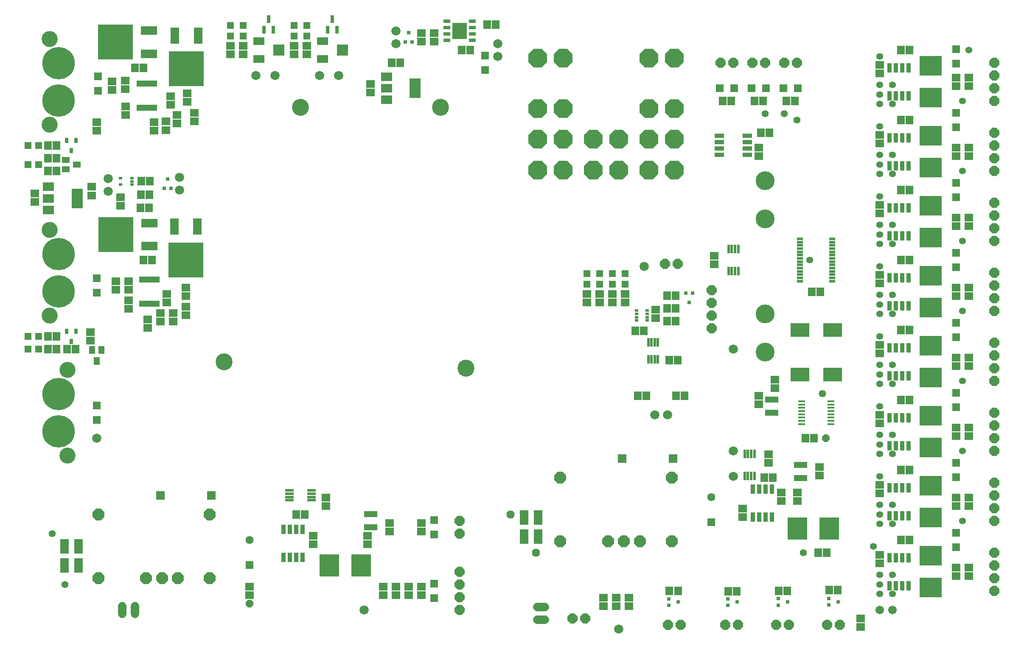
<source format=gts>
G75*
%MOIN*%
%OFA0B0*%
%FSLAX25Y25*%
%IPPOS*%
%LPD*%
%AMOC8*
5,1,8,0,0,1.08239X$1,22.5*
%
%ADD10R,0.06509X0.02454*%
%ADD11R,0.05524X0.05524*%
%ADD12OC8,0.07924*%
%ADD13R,0.02572X0.05131*%
%ADD14R,0.02454X0.06509*%
%ADD15R,0.02769X0.02178*%
%ADD16R,0.06706X0.05918*%
%ADD17R,0.05918X0.06706*%
%ADD18R,0.05315X0.01772*%
%ADD19R,0.06312X0.05918*%
%ADD20R,0.03359X0.07690*%
%ADD21R,0.17500X0.15800*%
%ADD22R,0.07690X0.03359*%
%ADD23R,0.15800X0.17500*%
%ADD24R,0.05918X0.06312*%
%ADD25C,0.14800*%
%ADD26R,0.04737X0.01981*%
%ADD27OC8,0.14918*%
%ADD28R,0.03162X0.02965*%
%ADD29R,0.11233X0.12611*%
%ADD30R,0.05328X0.02769*%
%ADD31R,0.14580X0.10643*%
%ADD32OC8,0.09050*%
%ADD33R,0.07099X0.11430*%
%ADD34C,0.06800*%
%ADD35R,0.06546X0.06546*%
%ADD36R,0.06350X0.06350*%
%ADD37C,0.06350*%
%ADD38R,0.02965X0.03162*%
%ADD39C,0.12600*%
%ADD40C,0.25469*%
%ADD41C,0.00300*%
%ADD42R,0.27178X0.27178*%
%ADD43R,0.12611X0.07099*%
%ADD44R,0.07099X0.12611*%
%ADD45R,0.03162X0.01981*%
%ADD46R,0.08674X0.06706*%
%ADD47R,0.08674X0.15761*%
%ADD48R,0.06312X0.04737*%
%ADD49R,0.04737X0.06312*%
%ADD50R,0.03162X0.05918*%
%ADD51R,0.03162X0.03950*%
%ADD52C,0.07200*%
%ADD53R,0.08674X0.05918*%
%ADD54R,0.08674X0.08674*%
%ADD55R,0.01981X0.07099*%
%ADD56C,0.13300*%
%ADD57C,0.05359*%
%ADD58C,0.05556*%
%ADD59C,0.05753*%
%ADD60OC8,0.06146*%
%ADD61OC8,0.05950*%
%ADD62C,0.06737*%
D10*
X0859339Y1049161D03*
X0859339Y1051720D03*
X0859339Y1054280D03*
X0859339Y1056839D03*
X0876661Y1056839D03*
X0876661Y1054280D03*
X0876661Y1051720D03*
X0876661Y1049161D03*
D11*
X0662134Y1168000D03*
X0653866Y1168000D03*
X0653866Y1178000D03*
X0662134Y1178000D03*
X0662134Y1313000D03*
X0653866Y1313000D03*
X0653866Y1328000D03*
X0662134Y1328000D03*
X0813000Y1413866D03*
X0813000Y1422134D03*
X0823000Y1422134D03*
X0823000Y1413866D03*
X0863000Y1413866D03*
X0863000Y1422134D03*
X0873000Y1422134D03*
X0873000Y1413866D03*
X1093000Y1227134D03*
X1093000Y1218866D03*
X1103000Y1218866D03*
X1103000Y1227134D03*
X1113000Y1227134D03*
X1113000Y1218866D03*
X1123000Y1218866D03*
X1123000Y1227134D03*
D12*
X1154300Y1234900D03*
X1164300Y1234900D03*
X1191100Y1214300D03*
X1191100Y1204300D03*
X1191100Y1194300D03*
X1191100Y1184300D03*
X1198000Y1393000D03*
X1208000Y1393000D03*
X1223000Y1393000D03*
X1233000Y1393000D03*
X1248000Y1393000D03*
X1258000Y1393000D03*
X1413000Y1393000D03*
X1413000Y1383000D03*
X1413000Y1373000D03*
X1413000Y1363000D03*
X1413000Y1338000D03*
X1413000Y1328000D03*
X1413000Y1318000D03*
X1413000Y1308000D03*
X1413000Y1283000D03*
X1413000Y1273000D03*
X1413000Y1263000D03*
X1413000Y1253000D03*
X1413000Y1228000D03*
X1413000Y1218000D03*
X1413000Y1208000D03*
X1413000Y1198000D03*
X1413000Y1173000D03*
X1413000Y1163000D03*
X1413000Y1153000D03*
X1413000Y1143000D03*
X1413000Y1118000D03*
X1413000Y1108000D03*
X1413000Y1098000D03*
X1413000Y1088000D03*
X1413000Y1063000D03*
X1413000Y1053000D03*
X1413000Y1043000D03*
X1413000Y1033000D03*
X1413000Y1008000D03*
X1413000Y0998000D03*
X1413000Y0988000D03*
X1413000Y0978000D03*
X1291700Y0951100D03*
X1281700Y0951100D03*
X1251700Y0951100D03*
X1241700Y0951100D03*
X1211700Y0951100D03*
X1201700Y0951100D03*
X1166700Y0951100D03*
X1156700Y0951100D03*
X1091700Y0956100D03*
X1081700Y0956100D03*
X0993000Y0963000D03*
X0993000Y0973000D03*
X0993000Y0983000D03*
X0993000Y0993000D03*
X0993000Y1023000D03*
X0993000Y1033000D03*
D13*
X0926839Y1027882D03*
X0924280Y1027882D03*
X0921720Y1027882D03*
X0919161Y1027882D03*
X0919161Y1038118D03*
X0921720Y1038118D03*
X0924280Y1038118D03*
X0926839Y1038118D03*
X1234161Y1117882D03*
X1236720Y1117882D03*
X1239280Y1117882D03*
X1241839Y1117882D03*
X1241839Y1128118D03*
X1239280Y1128118D03*
X1236720Y1128118D03*
X1234161Y1128118D03*
X1256861Y1076918D03*
X1259420Y1076918D03*
X1261980Y1076918D03*
X1264539Y1076918D03*
X1264539Y1066682D03*
X1261980Y1066682D03*
X1259420Y1066682D03*
X1256861Y1066682D03*
D14*
X1224539Y1068139D03*
X1221980Y1068139D03*
X1219420Y1068139D03*
X1216861Y1068139D03*
X1216861Y1085461D03*
X1219420Y1085461D03*
X1221980Y1085461D03*
X1224539Y1085461D03*
X1211839Y1229339D03*
X1209280Y1229339D03*
X1206720Y1229339D03*
X1204161Y1229339D03*
X1204161Y1246661D03*
X1206720Y1246661D03*
X1209280Y1246661D03*
X1211839Y1246661D03*
D15*
X1140135Y1198139D03*
X1140135Y1195580D03*
X1140135Y1193020D03*
X1140135Y1190461D03*
X1132065Y1190461D03*
X1132065Y1193020D03*
X1132065Y1195580D03*
X1132065Y1198139D03*
D16*
X1123000Y1204654D03*
X1123000Y1211346D03*
X1113000Y1211346D03*
X1113000Y1204654D03*
X1103000Y1204654D03*
X1103000Y1211346D03*
X1093000Y1211346D03*
X1093000Y1204654D03*
X1147106Y1198842D03*
X1147106Y1192149D03*
X1193000Y1234654D03*
X1193000Y1241346D03*
X1228000Y1319654D03*
X1228000Y1326346D03*
X1323000Y1329654D03*
X1323000Y1336346D03*
X1323000Y1384654D03*
X1323000Y1391346D03*
X1383000Y1381346D03*
X1383000Y1374654D03*
X1393000Y1374654D03*
X1393000Y1381346D03*
X1393000Y1326346D03*
X1393000Y1319654D03*
X1383000Y1319654D03*
X1383000Y1326346D03*
X1383000Y1271346D03*
X1383000Y1264654D03*
X1393000Y1264654D03*
X1393000Y1271346D03*
X1393000Y1216346D03*
X1393000Y1209654D03*
X1383000Y1209654D03*
X1383000Y1216346D03*
X1383000Y1161346D03*
X1383000Y1154654D03*
X1393000Y1154654D03*
X1393000Y1161346D03*
X1393000Y1106346D03*
X1393000Y1099654D03*
X1383000Y1099654D03*
X1383000Y1106346D03*
X1383000Y1051346D03*
X1383000Y1044654D03*
X1393000Y1044654D03*
X1393000Y1051346D03*
X1393000Y0996346D03*
X1393000Y0989654D03*
X1383000Y0989654D03*
X1383000Y0996346D03*
X1323000Y0999654D03*
X1323000Y1006346D03*
X1308000Y0956346D03*
X1308000Y0949654D03*
X1258200Y1048454D03*
X1258200Y1055146D03*
X1245700Y1055146D03*
X1245700Y1048454D03*
X1275700Y1068454D03*
X1275700Y1075146D03*
X1235700Y1078454D03*
X1235700Y1085146D03*
X1228000Y1124654D03*
X1228000Y1131346D03*
X1240500Y1137154D03*
X1240500Y1143846D03*
X1323000Y1164654D03*
X1323000Y1171346D03*
X1323000Y1219654D03*
X1323000Y1226346D03*
X1323000Y1274654D03*
X1323000Y1281346D03*
X1323000Y1116346D03*
X1323000Y1109654D03*
X1323000Y1061346D03*
X1323000Y1054654D03*
X1215300Y1042546D03*
X1215300Y1035854D03*
X1126100Y0972646D03*
X1126100Y0965954D03*
X1116100Y0965954D03*
X1116100Y0972646D03*
X1106100Y0972646D03*
X1106100Y0965954D03*
X0963000Y0974654D03*
X0963000Y0981346D03*
X0953000Y0981346D03*
X0953000Y0974654D03*
X0943000Y0974654D03*
X0943000Y0981346D03*
X0933000Y0981346D03*
X0933000Y0974654D03*
X0920500Y1014654D03*
X0920500Y1021346D03*
X0938000Y1024654D03*
X0938000Y1031346D03*
X0963000Y1031346D03*
X0963000Y1024654D03*
X0888000Y1044654D03*
X0888000Y1051346D03*
X0878000Y1021346D03*
X0878000Y1014654D03*
X0828000Y0981346D03*
X0828000Y0974654D03*
X0703000Y1174654D03*
X0703000Y1181346D03*
X0733000Y1199654D03*
X0733000Y1206346D03*
X0733000Y1214654D03*
X0733000Y1221346D03*
X0723000Y1221346D03*
X0723000Y1214654D03*
X0748000Y1191346D03*
X0748000Y1184654D03*
X0758000Y1189654D03*
X0758000Y1196346D03*
X0763000Y1204654D03*
X0763000Y1211346D03*
X0778000Y1209654D03*
X0778000Y1216346D03*
X0778000Y1201346D03*
X0778000Y1194654D03*
X0768000Y1196346D03*
X0768000Y1189654D03*
X0726759Y1280540D03*
X0726759Y1287233D03*
X0703800Y1288754D03*
X0703800Y1295446D03*
X0708000Y1339654D03*
X0708000Y1346346D03*
X0730499Y1352043D03*
X0730499Y1358736D03*
X0730400Y1372354D03*
X0730400Y1379046D03*
X0720100Y1378346D03*
X0720100Y1371654D03*
X0753000Y1346346D03*
X0753000Y1339654D03*
X0762278Y1340077D03*
X0762278Y1346770D03*
X0771004Y1345392D03*
X0771004Y1352085D03*
X0765918Y1360029D03*
X0765918Y1366722D03*
X0779100Y1369046D03*
X0779100Y1362354D03*
X0784745Y1353571D03*
X0784745Y1346878D03*
X0813000Y1399654D03*
X0813000Y1406346D03*
X0823000Y1406346D03*
X0823000Y1399654D03*
X0863000Y1399654D03*
X0863000Y1406346D03*
X0873000Y1406346D03*
X0873000Y1399654D03*
X0923000Y1376346D03*
X0923000Y1369654D03*
X0963000Y1409654D03*
X0963000Y1416346D03*
X0973000Y1416346D03*
X0973000Y1409654D03*
X0659300Y1290146D03*
X0659300Y1283454D03*
D17*
X0669654Y1308000D03*
X0676346Y1308000D03*
X0676346Y1318000D03*
X0669654Y1318000D03*
X0669654Y1328000D03*
X0676346Y1328000D03*
X0742789Y1299766D03*
X0749482Y1299766D03*
X0749203Y1289097D03*
X0742510Y1289097D03*
X0742329Y1279015D03*
X0749022Y1279015D03*
X0751346Y1238000D03*
X0744654Y1238000D03*
X0691346Y1168000D03*
X0684654Y1168000D03*
X0676346Y1168000D03*
X0669654Y1168000D03*
X0669654Y1178000D03*
X0676346Y1178000D03*
X0738040Y1388922D03*
X0744733Y1388922D03*
X0939654Y1393000D03*
X0946346Y1393000D03*
X0994654Y1403000D03*
X1001346Y1403000D03*
X1014654Y1423000D03*
X1021346Y1423000D03*
X1199654Y1363000D03*
X1206346Y1363000D03*
X1224654Y1363000D03*
X1231346Y1363000D03*
X1249654Y1363000D03*
X1256346Y1363000D03*
X1236346Y1338000D03*
X1229654Y1338000D03*
X1339654Y1348000D03*
X1346346Y1348000D03*
X1346346Y1293000D03*
X1339654Y1293000D03*
X1339654Y1238000D03*
X1346346Y1238000D03*
X1346346Y1183000D03*
X1339654Y1183000D03*
X1339654Y1128000D03*
X1346346Y1128000D03*
X1346346Y1073000D03*
X1339654Y1073000D03*
X1339654Y1018000D03*
X1346346Y1018000D03*
X1289868Y0978423D03*
X1283175Y0978423D03*
X1281346Y1008000D03*
X1274654Y1008000D03*
X1250150Y0978065D03*
X1243457Y0978065D03*
X1210563Y0977754D03*
X1203871Y0977754D03*
X1164451Y0977887D03*
X1157758Y0977887D03*
X1232354Y1066800D03*
X1239046Y1066800D03*
X1264654Y1098000D03*
X1271346Y1098000D03*
X1169546Y1131100D03*
X1162854Y1131100D03*
X1139546Y1131100D03*
X1132854Y1131100D03*
X1157754Y1159300D03*
X1164446Y1159300D03*
X1162646Y1189900D03*
X1155954Y1189900D03*
X1155954Y1199900D03*
X1162646Y1199900D03*
X1162646Y1209900D03*
X1155954Y1209900D03*
X1137646Y1182400D03*
X1130954Y1182400D03*
X1269654Y1213000D03*
X1276346Y1213000D03*
X1339654Y1403000D03*
X1346346Y1403000D03*
X0871346Y1038000D03*
X0864654Y1038000D03*
D18*
X1261484Y1109043D03*
X1261484Y1111602D03*
X1261484Y1114161D03*
X1261484Y1116720D03*
X1261484Y1119280D03*
X1261484Y1121839D03*
X1261484Y1124398D03*
X1261484Y1126957D03*
X1284516Y1126957D03*
X1284516Y1124398D03*
X1284516Y1121839D03*
X1284516Y1119280D03*
X1284516Y1116720D03*
X1284516Y1114161D03*
X1284516Y1111602D03*
X1284516Y1109043D03*
D19*
X1383000Y1122291D03*
X1383000Y1133709D03*
X1383000Y1177291D03*
X1383000Y1188709D03*
X1383000Y1232291D03*
X1383000Y1243709D03*
X1383000Y1287291D03*
X1383000Y1298709D03*
X1383000Y1342291D03*
X1383000Y1353709D03*
X1383000Y1392291D03*
X1383000Y1403709D03*
X1383000Y1078709D03*
X1383000Y1067291D03*
X1383000Y1023709D03*
X1383000Y1012291D03*
X1013000Y1387291D03*
X1013000Y1398709D03*
X0708977Y1382406D03*
X0708977Y1370989D03*
X0708000Y1223709D03*
X0708000Y1212291D03*
X0708000Y1123709D03*
X0708000Y1112291D03*
X0973000Y1033709D03*
X0973000Y1022291D03*
X0973000Y0983709D03*
X0973000Y0972291D03*
D20*
X0869459Y1004314D03*
X0864459Y1004314D03*
X0859459Y1004314D03*
X0854459Y1004314D03*
X0854459Y1026362D03*
X0859459Y1026362D03*
X0864459Y1026362D03*
X0869459Y1026362D03*
X1223200Y1035776D03*
X1228200Y1035776D03*
X1233200Y1035776D03*
X1238200Y1035776D03*
X1238200Y1057824D03*
X1233200Y1057824D03*
X1228200Y1057824D03*
X1223200Y1057824D03*
X1330500Y1059024D03*
X1335500Y1059024D03*
X1340500Y1059024D03*
X1345500Y1059024D03*
X1345500Y1036976D03*
X1340500Y1036976D03*
X1335500Y1036976D03*
X1330500Y1036976D03*
X1330500Y1004024D03*
X1335500Y1004024D03*
X1340500Y1004024D03*
X1345500Y1004024D03*
X1345500Y0981976D03*
X1340500Y0981976D03*
X1335500Y0981976D03*
X1330500Y0981976D03*
X1330500Y1091976D03*
X1335500Y1091976D03*
X1340500Y1091976D03*
X1345500Y1091976D03*
X1345500Y1114024D03*
X1340500Y1114024D03*
X1335500Y1114024D03*
X1330500Y1114024D03*
X1330500Y1146976D03*
X1335500Y1146976D03*
X1340500Y1146976D03*
X1345500Y1146976D03*
X1345500Y1169024D03*
X1340500Y1169024D03*
X1335500Y1169024D03*
X1330500Y1169024D03*
X1330500Y1201976D03*
X1335500Y1201976D03*
X1340500Y1201976D03*
X1345500Y1201976D03*
X1345500Y1224024D03*
X1340500Y1224024D03*
X1335500Y1224024D03*
X1330500Y1224024D03*
X1330500Y1256976D03*
X1335500Y1256976D03*
X1340500Y1256976D03*
X1345500Y1256976D03*
X1345500Y1279024D03*
X1340500Y1279024D03*
X1335500Y1279024D03*
X1330500Y1279024D03*
X1330500Y1311976D03*
X1335500Y1311976D03*
X1340500Y1311976D03*
X1345500Y1311976D03*
X1345500Y1334024D03*
X1340500Y1334024D03*
X1335500Y1334024D03*
X1330500Y1334024D03*
X1330500Y1366976D03*
X1335500Y1366976D03*
X1340500Y1366976D03*
X1345500Y1366976D03*
X1345500Y1389024D03*
X1340500Y1389024D03*
X1335500Y1389024D03*
X1330500Y1389024D03*
D21*
X1363000Y1390550D03*
X1363000Y1365450D03*
X1363000Y1335550D03*
X1363000Y1310450D03*
X1363000Y1280550D03*
X1363000Y1255450D03*
X1363000Y1225550D03*
X1363000Y1200450D03*
X1363000Y1170550D03*
X1363000Y1145450D03*
X1363000Y1115550D03*
X1363000Y1090450D03*
X1363000Y1060550D03*
X1363000Y1035450D03*
X1363000Y1005550D03*
X1363000Y0980450D03*
D22*
X1219024Y1320500D03*
X1219024Y1325500D03*
X1219024Y1330500D03*
X1219024Y1335500D03*
X1196976Y1335500D03*
X1196976Y1330500D03*
X1196976Y1325500D03*
X1196976Y1320500D03*
D23*
X1258150Y1026800D03*
X1283250Y1026800D03*
X0915550Y0998000D03*
X0890450Y0998000D03*
D24*
X1197291Y1373000D03*
X1208709Y1373000D03*
X1222291Y1373000D03*
X1233709Y1373000D03*
X1247291Y1373000D03*
X1258709Y1373000D03*
D25*
X1233000Y1300350D03*
X1233000Y1270350D03*
X1233000Y1195650D03*
X1233000Y1165650D03*
D26*
X1260402Y1221366D03*
X1260402Y1223925D03*
X1260402Y1226484D03*
X1260402Y1229043D03*
X1260402Y1231602D03*
X1260402Y1234161D03*
X1260402Y1236720D03*
X1260402Y1239280D03*
X1260402Y1241839D03*
X1260402Y1244398D03*
X1260402Y1246957D03*
X1260402Y1249516D03*
X1260402Y1252075D03*
X1260402Y1254634D03*
X1285598Y1254634D03*
X1285598Y1252075D03*
X1285598Y1249516D03*
X1285598Y1246957D03*
X1285598Y1244398D03*
X1285598Y1241839D03*
X1285598Y1239280D03*
X1285598Y1236720D03*
X1285598Y1234161D03*
X1285598Y1231602D03*
X1285598Y1229043D03*
X1285598Y1226484D03*
X1285598Y1223925D03*
X1285598Y1221366D03*
D27*
X1161701Y1308709D03*
X1141701Y1308709D03*
X1118000Y1308709D03*
X1098000Y1308709D03*
X1074299Y1308709D03*
X1074299Y1333000D03*
X1098000Y1333000D03*
X1118000Y1333000D03*
X1141701Y1333000D03*
X1161701Y1333000D03*
X1161701Y1357016D03*
X1141701Y1357016D03*
X1141701Y1396701D03*
X1161701Y1396701D03*
X1074299Y1396701D03*
X1054299Y1396701D03*
X1054299Y1357016D03*
X1054299Y1333000D03*
X1054299Y1308709D03*
X1074299Y1357016D03*
D28*
X1170674Y1211876D03*
X1175792Y1211876D03*
X1173233Y1204592D03*
X0955559Y1409358D03*
X0950441Y1409358D03*
X0953000Y1416642D03*
X0763600Y1301642D03*
X0766159Y1294358D03*
X0761041Y1294358D03*
D29*
X0993000Y1418000D03*
D30*
X0983000Y1415520D03*
X0983000Y1420520D03*
X0983000Y1425520D03*
X0983000Y1410520D03*
X1003000Y1410520D03*
X1003000Y1415520D03*
X1003000Y1420520D03*
X1003000Y1425520D03*
D31*
X1260205Y1183000D03*
X1285795Y1183000D03*
X1285795Y1148000D03*
X1260205Y1148000D03*
D32*
X1159450Y1066800D03*
X1159450Y1016800D03*
X1134450Y1016800D03*
X1121950Y1016800D03*
X1109450Y1016800D03*
X1071950Y1016800D03*
X1071950Y1066800D03*
X0796750Y1038000D03*
X0796750Y0988000D03*
X0771750Y0988000D03*
X0759250Y0988000D03*
X0746750Y0988000D03*
X0709250Y0988000D03*
X0709250Y1038000D03*
D33*
X0693512Y1013000D03*
X0682488Y1013000D03*
X0682488Y0998000D03*
X0693512Y0998000D03*
X1043688Y1020700D03*
X1054712Y1020700D03*
X1054712Y1035700D03*
X1043688Y1035700D03*
D34*
X0728000Y0966000D02*
X0728000Y0960000D01*
X0738000Y0960000D02*
X0738000Y0966000D01*
X1053800Y0965300D02*
X1059800Y0965300D01*
X1059800Y0955300D02*
X1053800Y0955300D01*
D35*
X1120621Y1081800D03*
X1160779Y1081800D03*
X0798079Y1053000D03*
X0757921Y1053000D03*
D36*
X0828000Y0998157D03*
X1190700Y1031957D03*
D37*
X1190700Y1051643D03*
X0828000Y1017843D03*
D38*
X1157423Y0971750D03*
X1157423Y0966632D03*
X1164706Y0969191D03*
X1203634Y0971696D03*
X1203634Y0966578D03*
X1210918Y0969137D03*
X1243221Y0966672D03*
X1243221Y0971790D03*
X1250505Y0969231D03*
X1283025Y0966778D03*
X1283025Y0971896D03*
X1290308Y0969337D03*
D39*
X0685100Y1084400D03*
X0685100Y1151600D03*
X0670900Y1194400D03*
X0670900Y1261600D03*
X0670900Y1344400D03*
X0670900Y1411600D03*
D40*
X0678000Y1392750D03*
X0678000Y1363250D03*
X0678000Y1242750D03*
X0678000Y1213250D03*
X0678000Y1132750D03*
X0678000Y1103250D03*
D41*
X0741220Y1201750D02*
X0741220Y1206038D01*
X0756980Y1206038D01*
X0756980Y1201750D01*
X0741220Y1201750D01*
X0741220Y1201959D02*
X0756980Y1201959D01*
X0756980Y1202257D02*
X0741220Y1202257D01*
X0741220Y1202556D02*
X0756980Y1202556D01*
X0756980Y1202854D02*
X0741220Y1202854D01*
X0741220Y1203153D02*
X0756980Y1203153D01*
X0756980Y1203451D02*
X0741220Y1203451D01*
X0741220Y1203750D02*
X0756980Y1203750D01*
X0756980Y1204048D02*
X0741220Y1204048D01*
X0741220Y1204347D02*
X0756980Y1204347D01*
X0756980Y1204645D02*
X0741220Y1204645D01*
X0741220Y1204944D02*
X0756980Y1204944D01*
X0756980Y1205242D02*
X0741220Y1205242D01*
X0741220Y1205541D02*
X0756980Y1205541D01*
X0756980Y1205839D02*
X0741220Y1205839D01*
X0741227Y1220554D02*
X0741227Y1224841D01*
X0756986Y1224841D01*
X0756986Y1220554D01*
X0741227Y1220554D01*
X0741227Y1220765D02*
X0756986Y1220765D01*
X0756986Y1221063D02*
X0741227Y1221063D01*
X0741227Y1221362D02*
X0756986Y1221362D01*
X0756986Y1221660D02*
X0741227Y1221660D01*
X0741227Y1221959D02*
X0756986Y1221959D01*
X0756986Y1222257D02*
X0741227Y1222257D01*
X0741227Y1222556D02*
X0756986Y1222556D01*
X0756986Y1222854D02*
X0741227Y1222854D01*
X0741227Y1223153D02*
X0756986Y1223153D01*
X0756986Y1223452D02*
X0741227Y1223452D01*
X0741227Y1223750D02*
X0756986Y1223750D01*
X0756986Y1224049D02*
X0741227Y1224049D01*
X0741227Y1224347D02*
X0756986Y1224347D01*
X0756986Y1224646D02*
X0741227Y1224646D01*
X0739320Y1355750D02*
X0739320Y1360038D01*
X0755080Y1360038D01*
X0755080Y1355750D01*
X0739320Y1355750D01*
X0739320Y1355991D02*
X0755080Y1355991D01*
X0755080Y1356289D02*
X0739320Y1356289D01*
X0739320Y1356588D02*
X0755080Y1356588D01*
X0755080Y1356886D02*
X0739320Y1356886D01*
X0739320Y1357185D02*
X0755080Y1357185D01*
X0755080Y1357483D02*
X0739320Y1357483D01*
X0739320Y1357782D02*
X0755080Y1357782D01*
X0755080Y1358080D02*
X0739320Y1358080D01*
X0739320Y1358379D02*
X0755080Y1358379D01*
X0755080Y1358677D02*
X0739320Y1358677D01*
X0739320Y1358976D02*
X0755080Y1358976D01*
X0755080Y1359274D02*
X0739320Y1359274D01*
X0739320Y1359573D02*
X0755080Y1359573D01*
X0755080Y1359871D02*
X0739320Y1359871D01*
X0739327Y1374554D02*
X0739327Y1378841D01*
X0755086Y1378841D01*
X0755086Y1374554D01*
X0739327Y1374554D01*
X0739327Y1374797D02*
X0755086Y1374797D01*
X0755086Y1375095D02*
X0739327Y1375095D01*
X0739327Y1375394D02*
X0755086Y1375394D01*
X0755086Y1375692D02*
X0739327Y1375692D01*
X0739327Y1375991D02*
X0755086Y1375991D01*
X0755086Y1376289D02*
X0739327Y1376289D01*
X0739327Y1376588D02*
X0755086Y1376588D01*
X0755086Y1376886D02*
X0739327Y1376886D01*
X0739327Y1377185D02*
X0755086Y1377185D01*
X0755086Y1377483D02*
X0739327Y1377483D01*
X0739327Y1377782D02*
X0755086Y1377782D01*
X0755086Y1378080D02*
X0739327Y1378080D01*
X0739327Y1378379D02*
X0755086Y1378379D01*
X0755086Y1378677D02*
X0739327Y1378677D01*
D42*
X0722700Y1409100D03*
X0778400Y1388100D03*
X0723000Y1258000D03*
X0778000Y1238000D03*
D43*
X0749181Y1248945D03*
X0749181Y1267055D03*
X0748881Y1400045D03*
X0748881Y1418155D03*
D44*
X0769345Y1414281D03*
X0787455Y1414281D03*
X0787055Y1264181D03*
X0768945Y1264181D03*
D45*
X0735629Y1297141D03*
X0735629Y1299700D03*
X0735629Y1302259D03*
X0726771Y1302259D03*
X0726771Y1297259D03*
D46*
X0670098Y1295455D03*
X0670098Y1286400D03*
X0670098Y1277345D03*
X0935598Y1363945D03*
X0935598Y1373000D03*
X0935598Y1382055D03*
D47*
X0958000Y1373000D03*
X0692500Y1286400D03*
D48*
X0683669Y1309260D03*
X0683669Y1316740D03*
X0692331Y1313000D03*
D49*
X0704260Y1167331D03*
X0711740Y1167331D03*
X0708000Y1158669D03*
D50*
X0839260Y1418866D03*
X0846740Y1418866D03*
X0843000Y1427134D03*
X0889260Y1418866D03*
X0896740Y1418866D03*
X0893000Y1427134D03*
D51*
X0691740Y1331937D03*
X0684260Y1331937D03*
X0688000Y1324063D03*
X0684260Y1181937D03*
X0691740Y1181937D03*
X0688000Y1174063D03*
D52*
X0708000Y1098000D03*
X0716800Y1291900D03*
X0716800Y1301900D03*
X0773000Y1303000D03*
X0773000Y1293000D03*
X0833000Y1383000D03*
X0848000Y1383000D03*
X0883000Y1383000D03*
X0898000Y1383000D03*
X0943000Y1408000D03*
X0943000Y1418000D03*
X1023000Y1408000D03*
X1023000Y1398000D03*
X1138000Y1233000D03*
X1208000Y1168000D03*
X1156200Y1116100D03*
X1146200Y1116100D03*
X1208000Y1088000D03*
X1208000Y1068000D03*
X1118000Y0948000D03*
X0918000Y0963000D03*
D53*
X0885126Y1395913D03*
X0885126Y1410087D03*
X0835126Y1410087D03*
X0835126Y1395913D03*
D54*
X0850874Y1403000D03*
X0900874Y1403000D03*
D55*
X1141239Y1173393D03*
X1143739Y1173393D03*
X1146239Y1173393D03*
X1148739Y1173393D03*
X1148739Y1160007D03*
X1146239Y1160007D03*
X1143739Y1160007D03*
X1141239Y1160007D03*
D56*
X0998000Y1153000D03*
X0808000Y1158000D03*
X0868000Y1358000D03*
X0978000Y1358000D03*
D57*
X1268000Y1238000D03*
X1323000Y1233000D03*
X1323000Y1250500D03*
X1323000Y1258000D03*
X1323000Y1265500D03*
X1333000Y1265500D03*
X1333000Y1250500D03*
X1323000Y1288000D03*
X1323000Y1305500D03*
X1323000Y1313000D03*
X1323000Y1320500D03*
X1333000Y1320500D03*
X1333000Y1305500D03*
X1323000Y1343000D03*
X1323000Y1360500D03*
X1323000Y1368000D03*
X1323000Y1375500D03*
X1333000Y1375500D03*
X1333000Y1360500D03*
X1323000Y1398000D03*
X1393000Y1403000D03*
X1388000Y1363000D03*
X1388000Y1308000D03*
X1388000Y1253000D03*
X1388000Y1198000D03*
X1388000Y1143000D03*
X1388000Y1088000D03*
X1388000Y1033000D03*
X1333000Y1030500D03*
X1323000Y1030500D03*
X1323000Y1038000D03*
X1323000Y1045500D03*
X1333000Y1045500D03*
X1323006Y1068006D03*
X1323000Y1085500D03*
X1323000Y1093000D03*
X1323000Y1100500D03*
X1333000Y1100500D03*
X1333000Y1085500D03*
X1323000Y1123000D03*
X1323000Y1140500D03*
X1323000Y1148000D03*
X1323000Y1155500D03*
X1333000Y1155500D03*
X1333000Y1140500D03*
X1323000Y1178000D03*
X1323000Y1195500D03*
X1323000Y1203000D03*
X1323000Y1210500D03*
X1333000Y1210500D03*
X1333000Y1195500D03*
X1318000Y1013000D03*
X1323000Y0990500D03*
X1323000Y0983000D03*
X1323000Y0975500D03*
X1333000Y0975500D03*
X1333000Y0990500D03*
D58*
X1263000Y1008000D03*
X1258000Y1348000D03*
X1248000Y1353000D03*
X1233000Y1353000D03*
X0683000Y0983000D03*
X0673000Y1023000D03*
D59*
X1278000Y1133000D03*
D60*
X1053000Y1008000D03*
X1033000Y1038000D03*
D61*
X0828000Y0968000D03*
X1280625Y1098000D03*
D62*
X1323000Y0963000D03*
X1333000Y0963000D03*
M02*

</source>
